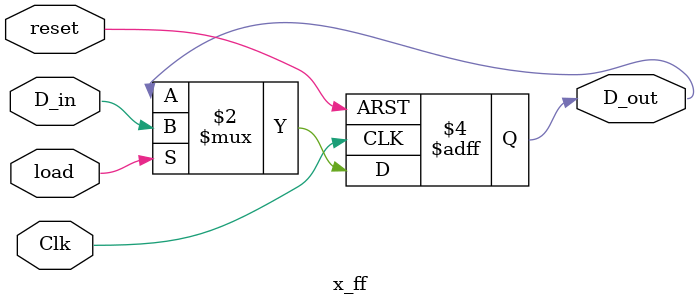
<source format=sv>
module x_ff ( input Clk, load, reset, D_in,
				  output logic D_out );

always @ (posedge Clk or posedge reset)
begin
	D_out = D_out;
	
	if(reset)
		D_out <= 1'b0;
	else if(load)
		D_out <= D_in;
end			

endmodule
</source>
